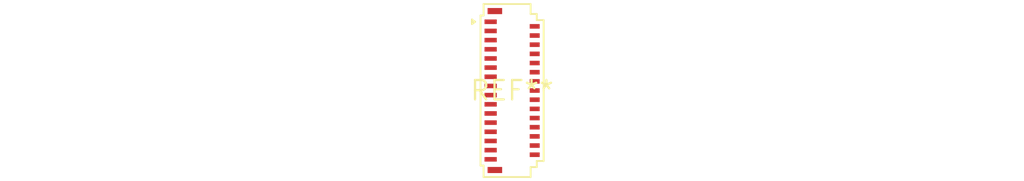
<source format=kicad_pcb>
(kicad_pcb (version 20240108) (generator pcbnew)
  (layers (0 "F.Cu" signal) (31 "B.Cu" signal) (34 "B.Paste" user) (35 "F.Paste" user) (36 "B.SilkS" user "B.Silkscreen") (37 "F.SilkS" user "F.Silkscreen") (38 "B.Mask" user) (39 "F.Mask" user) (44 "Edge.Cuts" user))
  (net 0 "")
  (footprint "Hirose_FH26-31S-0.3SHW_2Rows-31Pins-1MP_P0.60mm_Horizontal" (layer "F.Cu") (at 0 0)
    (property "Reference" "REF**")
    (property "Value" "Hirose_FH26-31S-0.3SHW_2Rows-31Pins-1MP_P0.60mm_Horizontal")
    (fp_line (start -2.622132 -4.65) (end -2.41 -4.5) (layer "F.SilkS") (stroke (width 0.12)))
    (fp_line (start -2.622132 -4.35) (end -2.622132 -4.65) (layer "F.SilkS") (stroke (width 0.12)))
    (fp_line (start -2.41 -4.5) (end -2.622132 -4.35) (layer "F.SilkS") (stroke (width 0.12)))
    (fp_line (start -2.06 -4.91) (end -2.06 0) (layer "F.SilkS") (stroke (width 0.12)))
    (fp_line (start -2.06 4.91) (end -2.06 0) (layer "F.SilkS") (stroke (width 0.12)))
    (fp_line (start -1.86 -5.66) (end -1.86 -4.91) (layer "F.SilkS") (stroke (width 0.12)))
    (fp_line (start -1.86 -4.91) (end -2.06 -4.91) (layer "F.SilkS") (stroke (width 0.12)))
    (fp_line (start -1.86 4.91) (end -2.06 4.91) (layer "F.SilkS") (stroke (width 0.12)))
    (fp_line (start -1.86 5.66) (end -1.86 4.91) (layer "F.SilkS") (stroke (width 0.12)))
    (fp_line (start 1.21 -5.66) (end -1.86 -5.66) (layer "F.SilkS") (stroke (width 0.12)))
    (fp_line (start 1.21 -5.01) (end 1.21 -5.66) (layer "F.SilkS") (stroke (width 0.12)))
    (fp_line (start 1.21 5.01) (end 1.21 5.66) (layer "F.SilkS") (stroke (width 0.12)))
    (fp_line (start 1.21 5.66) (end -1.86 5.66) (layer "F.SilkS") (stroke (width 0.12)))
    (fp_line (start 1.61 -5.01) (end 1.21 -5.01) (layer "F.SilkS") (stroke (width 0.12)))
    (fp_line (start 1.61 -4.61) (end 1.61 -5.01) (layer "F.SilkS") (stroke (width 0.12)))
    (fp_line (start 1.61 4.61) (end 1.61 5.01) (layer "F.SilkS") (stroke (width 0.12)))
    (fp_line (start 1.61 5.01) (end 1.21 5.01) (layer "F.SilkS") (stroke (width 0.12)))
    (fp_line (start 2.06 -4.61) (end 1.61 -4.61) (layer "F.SilkS") (stroke (width 0.12)))
    (fp_line (start 2.06 0) (end 2.06 -4.61) (layer "F.SilkS") (stroke (width 0.12)))
    (fp_line (start 2.06 0) (end 2.06 4.61) (layer "F.SilkS") (stroke (width 0.12)))
    (fp_line (start 2.06 4.61) (end 1.61 4.61) (layer "F.SilkS") (stroke (width 0.12)))
    (pad "1" smd rect (at -1.4 -4.5) (size 0.8 0.3) (layers "F.Cu" "F.Paste" "F.Mask"))
    (pad "2" smd rect (at 1.475 -4.2) (size 0.65 0.3) (layers "F.Cu" "F.Paste" "F.Mask"))
    (pad "3" smd rect (at -1.4 -3.9) (size 0.8 0.3) (layers "F.Cu" "F.Paste" "F.Mask"))
    (pad "4" smd rect (at 1.475 -3.6) (size 0.65 0.3) (layers "F.Cu" "F.Paste" "F.Mask"))
    (pad "5" smd rect (at -1.4 -3.3) (size 0.8 0.3) (layers "F.Cu" "F.Paste" "F.Mask"))
    (pad "6" smd rect (at 1.475 -3) (size 0.65 0.3) (layers "F.Cu" "F.Paste" "F.Mask"))
    (pad "7" smd rect (at -1.4 -2.7) (size 0.8 0.3) (layers "F.Cu" "F.Paste" "F.Mask"))
    (pad "8" smd rect (at 1.475 -2.4) (size 0.65 0.3) (layers "F.Cu" "F.Paste" "F.Mask"))
    (pad "9" smd rect (at -1.4 -2.1) (size 0.8 0.3) (layers "F.Cu" "F.Paste" "F.Mask"))
    (pad "10" smd rect (at 1.475 -1.8) (size 0.65 0.3) (layers "F.Cu" "F.Paste" "F.Mask"))
    (pad "11" smd rect (at -1.4 -1.5) (size 0.8 0.3) (layers "F.Cu" "F.Paste" "F.Mask"))
    (pad "12" smd rect (at 1.475 -1.2) (size 0.65 0.3) (layers "F.Cu" "F.Paste" "F.Mask"))
    (pad "13" smd rect (at -1.4 -0.9) (size 0.8 0.3) (layers "F.Cu" "F.Paste" "F.Mask"))
    (pad "14" smd rect (at 1.475 -0.6) (size 0.65 0.3) (layers "F.Cu" "F.Paste" "F.Mask"))
    (pad "15" smd rect (at -1.4 -0.3) (size 0.8 0.3) (layers "F.Cu" "F.Paste" "F.Mask"))
    (pad "16" smd rect (at 1.475 0) (size 0.65 0.3) (layers "F.Cu" "F.Paste" "F.Mask"))
    (pad "17" smd rect (at -1.4 0.3) (size 0.8 0.3) (layers "F.Cu" "F.Paste" "F.Mask"))
    (pad "18" smd rect (at 1.475 0.6) (size 0.65 0.3) (layers "F.Cu" "F.Paste" "F.Mask"))
    (pad "19" smd rect (at -1.4 0.9) (size 0.8 0.3) (layers "F.Cu" "F.Paste" "F.Mask"))
    (pad "20" smd rect (at 1.475 1.2) (size 0.65 0.3) (layers "F.Cu" "F.Paste" "F.Mask"))
    (pad "21" smd rect (at -1.4 1.5) (size 0.8 0.3) (layers "F.Cu" "F.Paste" "F.Mask"))
    (pad "22" smd rect (at 1.475 1.8) (size 0.65 0.3) (layers "F.Cu" "F.Paste" "F.Mask"))
    (pad "23" smd rect (at -1.4 2.1) (size 0.8 0.3) (layers "F.Cu" "F.Paste" "F.Mask"))
    (pad "24" smd rect (at 1.475 2.4) (size 0.65 0.3) (layers "F.Cu" "F.Paste" "F.Mask"))
    (pad "25" smd rect (at -1.4 2.7) (size 0.8 0.3) (layers "F.Cu" "F.Paste" "F.Mask"))
    (pad "26" smd rect (at 1.475 3) (size 0.65 0.3) (layers "F.Cu" "F.Paste" "F.Mask"))
    (pad "27" smd rect (at -1.4 3.3) (size 0.8 0.3) (layers "F.Cu" "F.Paste" "F.Mask"))
    (pad "28" smd rect (at 1.475 3.6) (size 0.65 0.3) (layers "F.Cu" "F.Paste" "F.Mask"))
    (pad "29" smd rect (at -1.4 3.9) (size 0.8 0.3) (layers "F.Cu" "F.Paste" "F.Mask"))
    (pad "30" smd rect (at 1.475 4.2) (size 0.65 0.3) (layers "F.Cu" "F.Paste" "F.Mask"))
    (pad "31" smd rect (at -1.4 4.5) (size 0.8 0.3) (layers "F.Cu" "F.Paste" "F.Mask"))
    (pad "MP" smd rect (at -1.125 -5.2) (size 0.95 0.4) (layers "F.Cu" "F.Paste" "F.Mask"))
    (pad "MP" smd rect (at -1.125 5.2) (size 0.95 0.4) (layers "F.Cu" "F.Paste" "F.Mask"))
  )
)
</source>
